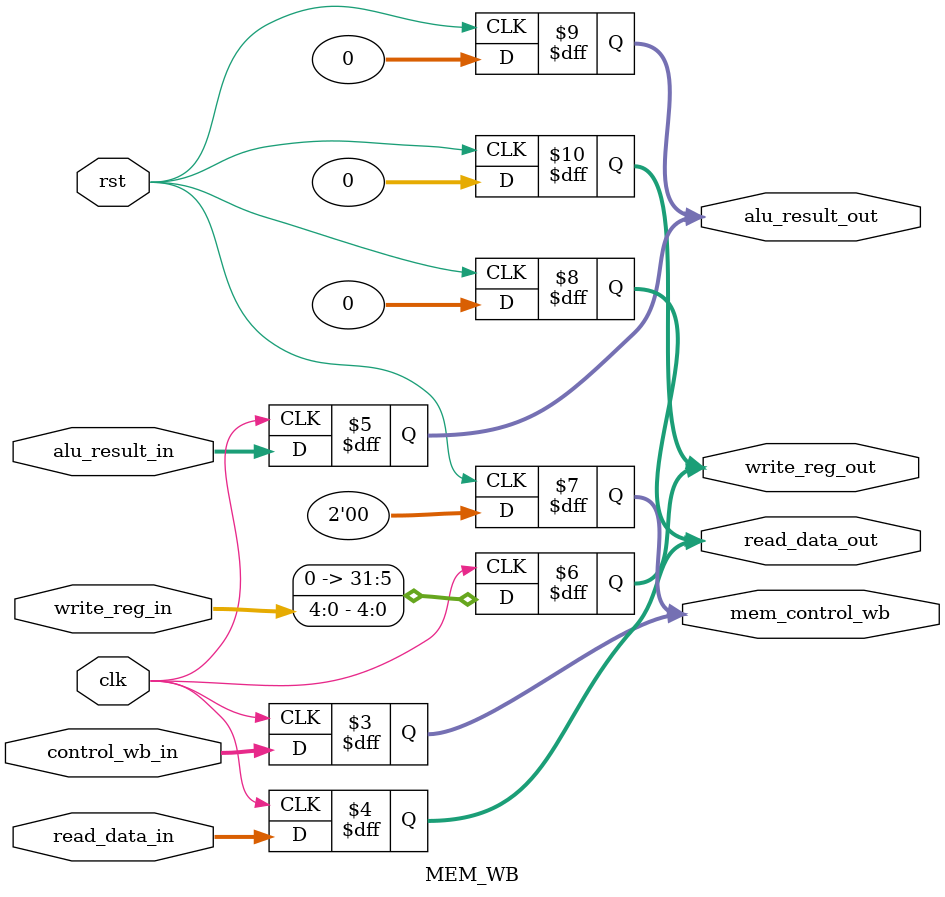
<source format=v>
module 	MEM_WB(
				input clk, rst,
				input wire [1:0] control_wb_in,
				input wire [31:0] read_data_in,
				input wire [31:0] alu_result_in,
				input wire [4:0] write_reg_in,

				output reg [1:0] mem_control_wb,
				output reg [31:0] read_data_out,
				output reg [31:0] alu_result_out,
				output reg [31:0] write_reg_out
			);

always @ (posedge rst)
begin
	mem_control_wb <= 0;
	read_data_out <= 0;
	alu_result_out <= 0;
	write_reg_out <= 0;
end

always@(posedge clk )
begin
	mem_control_wb <= control_wb_in;
	read_data_out <= read_data_in;
	alu_result_out <= alu_result_in;
	write_reg_out <= write_reg_in;
end

endmodule
</source>
